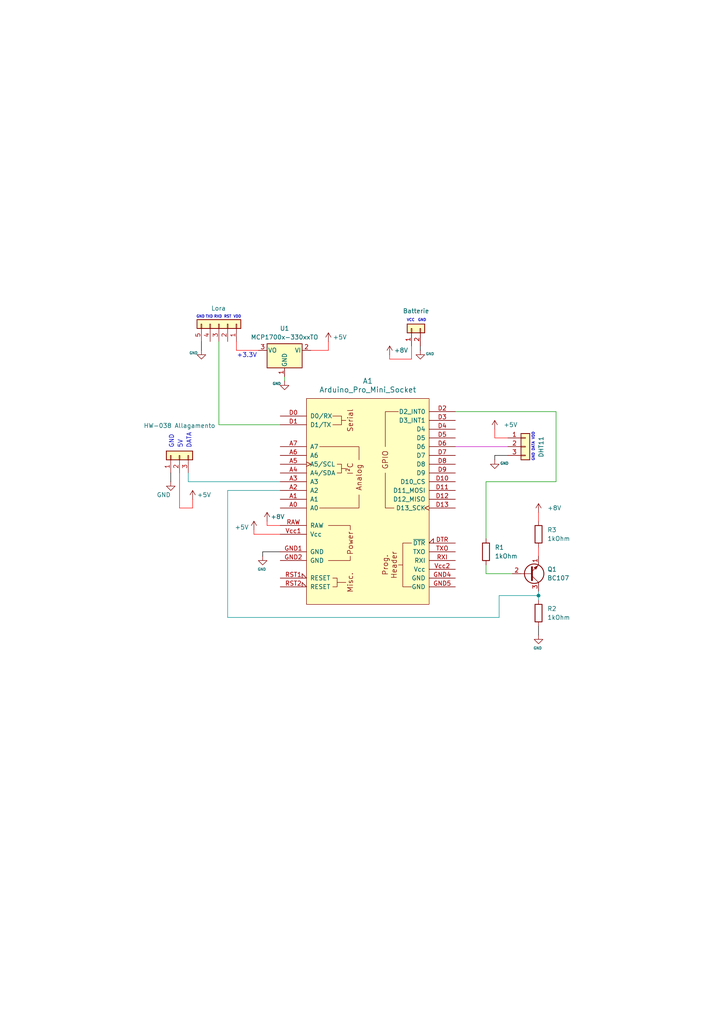
<source format=kicad_sch>
(kicad_sch
	(version 20250114)
	(generator "eeschema")
	(generator_version "9.0")
	(uuid "7caf8978-ebce-4730-ad25-e61529cd09d7")
	(paper "A4" portrait)
	(title_block
		(title "ModuloB")
		(date "2025-11-29")
	)
	(lib_symbols
		(symbol "Connector_Generic:Conn_01x02"
			(pin_names
				(offset 1.016)
				(hide yes)
			)
			(exclude_from_sim no)
			(in_bom yes)
			(on_board yes)
			(property "Reference" "J"
				(at 0 2.54 0)
				(effects
					(font
						(size 1.27 1.27)
					)
				)
			)
			(property "Value" "Conn_01x02"
				(at 0 -5.08 0)
				(effects
					(font
						(size 1.27 1.27)
					)
				)
			)
			(property "Footprint" ""
				(at 0 0 0)
				(effects
					(font
						(size 1.27 1.27)
					)
					(hide yes)
				)
			)
			(property "Datasheet" "~"
				(at 0 0 0)
				(effects
					(font
						(size 1.27 1.27)
					)
					(hide yes)
				)
			)
			(property "Description" "Generic connector, single row, 01x02, script generated (kicad-library-utils/schlib/autogen/connector/)"
				(at 0 0 0)
				(effects
					(font
						(size 1.27 1.27)
					)
					(hide yes)
				)
			)
			(property "ki_keywords" "connector"
				(at 0 0 0)
				(effects
					(font
						(size 1.27 1.27)
					)
					(hide yes)
				)
			)
			(property "ki_fp_filters" "Connector*:*_1x??_*"
				(at 0 0 0)
				(effects
					(font
						(size 1.27 1.27)
					)
					(hide yes)
				)
			)
			(symbol "Conn_01x02_1_1"
				(rectangle
					(start -1.27 1.27)
					(end 1.27 -3.81)
					(stroke
						(width 0.254)
						(type default)
					)
					(fill
						(type background)
					)
				)
				(rectangle
					(start -1.27 0.127)
					(end 0 -0.127)
					(stroke
						(width 0.1524)
						(type default)
					)
					(fill
						(type none)
					)
				)
				(rectangle
					(start -1.27 -2.413)
					(end 0 -2.667)
					(stroke
						(width 0.1524)
						(type default)
					)
					(fill
						(type none)
					)
				)
				(pin passive line
					(at -5.08 0 0)
					(length 3.81)
					(name "Pin_1"
						(effects
							(font
								(size 1.27 1.27)
							)
						)
					)
					(number "1"
						(effects
							(font
								(size 1.27 1.27)
							)
						)
					)
				)
				(pin passive line
					(at -5.08 -2.54 0)
					(length 3.81)
					(name "Pin_2"
						(effects
							(font
								(size 1.27 1.27)
							)
						)
					)
					(number "2"
						(effects
							(font
								(size 1.27 1.27)
							)
						)
					)
				)
			)
			(embedded_fonts no)
		)
		(symbol "Connector_Generic:Conn_01x03"
			(pin_names
				(offset 1.016)
				(hide yes)
			)
			(exclude_from_sim no)
			(in_bom yes)
			(on_board yes)
			(property "Reference" "J"
				(at 0 5.08 0)
				(effects
					(font
						(size 1.27 1.27)
					)
				)
			)
			(property "Value" "Conn_01x03"
				(at 0 -5.08 0)
				(effects
					(font
						(size 1.27 1.27)
					)
				)
			)
			(property "Footprint" ""
				(at 0 0 0)
				(effects
					(font
						(size 1.27 1.27)
					)
					(hide yes)
				)
			)
			(property "Datasheet" "~"
				(at 0 0 0)
				(effects
					(font
						(size 1.27 1.27)
					)
					(hide yes)
				)
			)
			(property "Description" "Generic connector, single row, 01x03, script generated (kicad-library-utils/schlib/autogen/connector/)"
				(at 0 0 0)
				(effects
					(font
						(size 1.27 1.27)
					)
					(hide yes)
				)
			)
			(property "ki_keywords" "connector"
				(at 0 0 0)
				(effects
					(font
						(size 1.27 1.27)
					)
					(hide yes)
				)
			)
			(property "ki_fp_filters" "Connector*:*_1x??_*"
				(at 0 0 0)
				(effects
					(font
						(size 1.27 1.27)
					)
					(hide yes)
				)
			)
			(symbol "Conn_01x03_1_1"
				(rectangle
					(start -1.27 3.81)
					(end 1.27 -3.81)
					(stroke
						(width 0.254)
						(type default)
					)
					(fill
						(type background)
					)
				)
				(rectangle
					(start -1.27 2.667)
					(end 0 2.413)
					(stroke
						(width 0.1524)
						(type default)
					)
					(fill
						(type none)
					)
				)
				(rectangle
					(start -1.27 0.127)
					(end 0 -0.127)
					(stroke
						(width 0.1524)
						(type default)
					)
					(fill
						(type none)
					)
				)
				(rectangle
					(start -1.27 -2.413)
					(end 0 -2.667)
					(stroke
						(width 0.1524)
						(type default)
					)
					(fill
						(type none)
					)
				)
				(pin passive line
					(at -5.08 2.54 0)
					(length 3.81)
					(name "Pin_1"
						(effects
							(font
								(size 1.27 1.27)
							)
						)
					)
					(number "1"
						(effects
							(font
								(size 1.27 1.27)
							)
						)
					)
				)
				(pin passive line
					(at -5.08 0 0)
					(length 3.81)
					(name "Pin_2"
						(effects
							(font
								(size 1.27 1.27)
							)
						)
					)
					(number "2"
						(effects
							(font
								(size 1.27 1.27)
							)
						)
					)
				)
				(pin passive line
					(at -5.08 -2.54 0)
					(length 3.81)
					(name "Pin_3"
						(effects
							(font
								(size 1.27 1.27)
							)
						)
					)
					(number "3"
						(effects
							(font
								(size 1.27 1.27)
							)
						)
					)
				)
			)
			(embedded_fonts no)
		)
		(symbol "Connector_Generic:Conn_01x05"
			(pin_names
				(offset 1.016)
				(hide yes)
			)
			(exclude_from_sim no)
			(in_bom yes)
			(on_board yes)
			(property "Reference" "J"
				(at 0 7.62 0)
				(effects
					(font
						(size 1.27 1.27)
					)
				)
			)
			(property "Value" "Conn_01x05"
				(at 0 -7.62 0)
				(effects
					(font
						(size 1.27 1.27)
					)
				)
			)
			(property "Footprint" ""
				(at 0 0 0)
				(effects
					(font
						(size 1.27 1.27)
					)
					(hide yes)
				)
			)
			(property "Datasheet" "~"
				(at 0 0 0)
				(effects
					(font
						(size 1.27 1.27)
					)
					(hide yes)
				)
			)
			(property "Description" "Generic connector, single row, 01x05, script generated (kicad-library-utils/schlib/autogen/connector/)"
				(at 0 0 0)
				(effects
					(font
						(size 1.27 1.27)
					)
					(hide yes)
				)
			)
			(property "ki_keywords" "connector"
				(at 0 0 0)
				(effects
					(font
						(size 1.27 1.27)
					)
					(hide yes)
				)
			)
			(property "ki_fp_filters" "Connector*:*_1x??_*"
				(at 0 0 0)
				(effects
					(font
						(size 1.27 1.27)
					)
					(hide yes)
				)
			)
			(symbol "Conn_01x05_1_1"
				(rectangle
					(start -1.27 6.35)
					(end 1.27 -6.35)
					(stroke
						(width 0.254)
						(type default)
					)
					(fill
						(type background)
					)
				)
				(rectangle
					(start -1.27 5.207)
					(end 0 4.953)
					(stroke
						(width 0.1524)
						(type default)
					)
					(fill
						(type none)
					)
				)
				(rectangle
					(start -1.27 2.667)
					(end 0 2.413)
					(stroke
						(width 0.1524)
						(type default)
					)
					(fill
						(type none)
					)
				)
				(rectangle
					(start -1.27 0.127)
					(end 0 -0.127)
					(stroke
						(width 0.1524)
						(type default)
					)
					(fill
						(type none)
					)
				)
				(rectangle
					(start -1.27 -2.413)
					(end 0 -2.667)
					(stroke
						(width 0.1524)
						(type default)
					)
					(fill
						(type none)
					)
				)
				(rectangle
					(start -1.27 -4.953)
					(end 0 -5.207)
					(stroke
						(width 0.1524)
						(type default)
					)
					(fill
						(type none)
					)
				)
				(pin passive line
					(at -5.08 5.08 0)
					(length 3.81)
					(name "Pin_1"
						(effects
							(font
								(size 1.27 1.27)
							)
						)
					)
					(number "1"
						(effects
							(font
								(size 1.27 1.27)
							)
						)
					)
				)
				(pin passive line
					(at -5.08 2.54 0)
					(length 3.81)
					(name "Pin_2"
						(effects
							(font
								(size 1.27 1.27)
							)
						)
					)
					(number "2"
						(effects
							(font
								(size 1.27 1.27)
							)
						)
					)
				)
				(pin passive line
					(at -5.08 0 0)
					(length 3.81)
					(name "Pin_3"
						(effects
							(font
								(size 1.27 1.27)
							)
						)
					)
					(number "3"
						(effects
							(font
								(size 1.27 1.27)
							)
						)
					)
				)
				(pin passive line
					(at -5.08 -2.54 0)
					(length 3.81)
					(name "Pin_4"
						(effects
							(font
								(size 1.27 1.27)
							)
						)
					)
					(number "4"
						(effects
							(font
								(size 1.27 1.27)
							)
						)
					)
				)
				(pin passive line
					(at -5.08 -5.08 0)
					(length 3.81)
					(name "Pin_5"
						(effects
							(font
								(size 1.27 1.27)
							)
						)
					)
					(number "5"
						(effects
							(font
								(size 1.27 1.27)
							)
						)
					)
				)
			)
			(embedded_fonts no)
		)
		(symbol "Device:R"
			(pin_numbers
				(hide yes)
			)
			(pin_names
				(offset 0)
			)
			(exclude_from_sim no)
			(in_bom yes)
			(on_board yes)
			(property "Reference" "R"
				(at 2.032 0 90)
				(effects
					(font
						(size 1.27 1.27)
					)
				)
			)
			(property "Value" "R"
				(at 0 0 90)
				(effects
					(font
						(size 1.27 1.27)
					)
				)
			)
			(property "Footprint" ""
				(at -1.778 0 90)
				(effects
					(font
						(size 1.27 1.27)
					)
					(hide yes)
				)
			)
			(property "Datasheet" "~"
				(at 0 0 0)
				(effects
					(font
						(size 1.27 1.27)
					)
					(hide yes)
				)
			)
			(property "Description" "Resistor"
				(at 0 0 0)
				(effects
					(font
						(size 1.27 1.27)
					)
					(hide yes)
				)
			)
			(property "ki_keywords" "R res resistor"
				(at 0 0 0)
				(effects
					(font
						(size 1.27 1.27)
					)
					(hide yes)
				)
			)
			(property "ki_fp_filters" "R_*"
				(at 0 0 0)
				(effects
					(font
						(size 1.27 1.27)
					)
					(hide yes)
				)
			)
			(symbol "R_0_1"
				(rectangle
					(start -1.016 -2.54)
					(end 1.016 2.54)
					(stroke
						(width 0.254)
						(type default)
					)
					(fill
						(type none)
					)
				)
			)
			(symbol "R_1_1"
				(pin passive line
					(at 0 3.81 270)
					(length 1.27)
					(name "~"
						(effects
							(font
								(size 1.27 1.27)
							)
						)
					)
					(number "1"
						(effects
							(font
								(size 1.27 1.27)
							)
						)
					)
				)
				(pin passive line
					(at 0 -3.81 90)
					(length 1.27)
					(name "~"
						(effects
							(font
								(size 1.27 1.27)
							)
						)
					)
					(number "2"
						(effects
							(font
								(size 1.27 1.27)
							)
						)
					)
				)
			)
			(embedded_fonts no)
		)
		(symbol "Regulator_Linear:MCP1700x-330xxTO"
			(pin_names
				(offset 0.254)
			)
			(exclude_from_sim no)
			(in_bom yes)
			(on_board yes)
			(property "Reference" "U"
				(at -3.81 -3.175 0)
				(effects
					(font
						(size 1.27 1.27)
					)
				)
			)
			(property "Value" "MCP1700x-330xxTO"
				(at 0 -3.175 0)
				(effects
					(font
						(size 1.27 1.27)
					)
					(justify left)
				)
			)
			(property "Footprint" "Package_TO_SOT_THT:TO-92_Inline"
				(at 0 -5.08 0)
				(effects
					(font
						(size 1.27 1.27)
						(italic yes)
					)
					(hide yes)
				)
			)
			(property "Datasheet" "http://ww1.microchip.com/downloads/en/DeviceDoc/20001826D.pdf"
				(at 0 0 0)
				(effects
					(font
						(size 1.27 1.27)
					)
					(hide yes)
				)
			)
			(property "Description" "250mA Low Quiscent Current LDO, 3.3V output, TO-92"
				(at 0 0 0)
				(effects
					(font
						(size 1.27 1.27)
					)
					(hide yes)
				)
			)
			(property "ki_keywords" "regulator linear ldo"
				(at 0 0 0)
				(effects
					(font
						(size 1.27 1.27)
					)
					(hide yes)
				)
			)
			(property "ki_fp_filters" "TO?92*"
				(at 0 0 0)
				(effects
					(font
						(size 1.27 1.27)
					)
					(hide yes)
				)
			)
			(symbol "MCP1700x-330xxTO_0_1"
				(rectangle
					(start -5.08 5.08)
					(end 5.08 -1.905)
					(stroke
						(width 0.254)
						(type default)
					)
					(fill
						(type background)
					)
				)
			)
			(symbol "MCP1700x-330xxTO_1_1"
				(pin power_in line
					(at -7.62 0 0)
					(length 2.54)
					(name "VI"
						(effects
							(font
								(size 1.27 1.27)
							)
						)
					)
					(number "2"
						(effects
							(font
								(size 1.27 1.27)
							)
						)
					)
				)
				(pin power_in line
					(at 0 7.62 270)
					(length 2.54)
					(name "GND"
						(effects
							(font
								(size 1.27 1.27)
							)
						)
					)
					(number "1"
						(effects
							(font
								(size 1.27 1.27)
							)
						)
					)
				)
				(pin power_out line
					(at 7.62 0 180)
					(length 2.54)
					(name "VO"
						(effects
							(font
								(size 1.27 1.27)
							)
						)
					)
					(number "3"
						(effects
							(font
								(size 1.27 1.27)
							)
						)
					)
				)
			)
			(embedded_fonts no)
		)
		(symbol "Transistor_BJT:BC107"
			(pin_names
				(offset 0)
				(hide yes)
			)
			(exclude_from_sim no)
			(in_bom yes)
			(on_board yes)
			(property "Reference" "Q"
				(at 5.08 1.905 0)
				(effects
					(font
						(size 1.27 1.27)
					)
					(justify left)
				)
			)
			(property "Value" "BC107"
				(at 5.08 0 0)
				(effects
					(font
						(size 1.27 1.27)
					)
					(justify left)
				)
			)
			(property "Footprint" "Package_TO_SOT_THT:TO-18-3"
				(at 5.08 -1.905 0)
				(effects
					(font
						(size 1.27 1.27)
						(italic yes)
					)
					(justify left)
					(hide yes)
				)
			)
			(property "Datasheet" "http://www.b-kainka.de/Daten/Transistor/BC108.pdf"
				(at 0 0 0)
				(effects
					(font
						(size 1.27 1.27)
					)
					(justify left)
					(hide yes)
				)
			)
			(property "Description" "0.1A Ic, 50V Vce, Low Noise General Purpose NPN Transistor, TO-18"
				(at 0 0 0)
				(effects
					(font
						(size 1.27 1.27)
					)
					(hide yes)
				)
			)
			(property "ki_keywords" "NPN low noise transistor"
				(at 0 0 0)
				(effects
					(font
						(size 1.27 1.27)
					)
					(hide yes)
				)
			)
			(property "ki_fp_filters" "TO?18*"
				(at 0 0 0)
				(effects
					(font
						(size 1.27 1.27)
					)
					(hide yes)
				)
			)
			(symbol "BC107_0_1"
				(polyline
					(pts
						(xy -2.54 0) (xy 0.635 0)
					)
					(stroke
						(width 0)
						(type default)
					)
					(fill
						(type none)
					)
				)
				(polyline
					(pts
						(xy 0.635 1.905) (xy 0.635 -1.905)
					)
					(stroke
						(width 0.508)
						(type default)
					)
					(fill
						(type none)
					)
				)
				(circle
					(center 1.27 0)
					(radius 2.8194)
					(stroke
						(width 0.254)
						(type default)
					)
					(fill
						(type none)
					)
				)
			)
			(symbol "BC107_1_1"
				(polyline
					(pts
						(xy 0.635 0.635) (xy 2.54 2.54)
					)
					(stroke
						(width 0)
						(type default)
					)
					(fill
						(type none)
					)
				)
				(polyline
					(pts
						(xy 0.635 -0.635) (xy 2.54 -2.54)
					)
					(stroke
						(width 0)
						(type default)
					)
					(fill
						(type none)
					)
				)
				(polyline
					(pts
						(xy 1.27 -1.778) (xy 1.778 -1.27) (xy 2.286 -2.286) (xy 1.27 -1.778)
					)
					(stroke
						(width 0)
						(type default)
					)
					(fill
						(type outline)
					)
				)
				(pin input line
					(at -5.08 0 0)
					(length 2.54)
					(name "B"
						(effects
							(font
								(size 1.27 1.27)
							)
						)
					)
					(number "2"
						(effects
							(font
								(size 1.27 1.27)
							)
						)
					)
				)
				(pin passive line
					(at 2.54 5.08 270)
					(length 2.54)
					(name "C"
						(effects
							(font
								(size 1.27 1.27)
							)
						)
					)
					(number "3"
						(effects
							(font
								(size 1.27 1.27)
							)
						)
					)
				)
				(pin passive line
					(at 2.54 -5.08 90)
					(length 2.54)
					(name "E"
						(effects
							(font
								(size 1.27 1.27)
							)
						)
					)
					(number "1"
						(effects
							(font
								(size 1.27 1.27)
							)
						)
					)
				)
			)
			(embedded_fonts no)
		)
		(symbol "arduino:Arduino_Pro_Mini_Socket"
			(pin_names
				(offset 1.016)
			)
			(exclude_from_sim no)
			(in_bom yes)
			(on_board yes)
			(property "Reference" "A"
				(at 0 36.83 0)
				(effects
					(font
						(size 1.524 1.524)
					)
				)
			)
			(property "Value" "Arduino_Pro_Mini_Socket"
				(at 0 33.02 0)
				(effects
					(font
						(size 1.524 1.524)
					)
				)
			)
			(property "Footprint" "PCM_arduino-library:Arduino_Pro_Mini_Socket"
				(at 0 -36.83 0)
				(effects
					(font
						(size 1.524 1.524)
					)
					(hide yes)
				)
			)
			(property "Datasheet" "https://docs.arduino.cc/retired/boards/arduino-pro-mini"
				(at 0 -33.02 0)
				(effects
					(font
						(size 1.524 1.524)
					)
					(hide yes)
				)
			)
			(property "Description" "Socket for Arduino Pro Mini"
				(at 0 0 0)
				(effects
					(font
						(size 1.27 1.27)
					)
					(hide yes)
				)
			)
			(property "ki_keywords" "Arduino MPU Shield"
				(at 0 0 0)
				(effects
					(font
						(size 1.27 1.27)
					)
					(hide yes)
				)
			)
			(property "ki_fp_filters" "Arduino_Pro_Mini_Socket"
				(at 0 0 0)
				(effects
					(font
						(size 1.27 1.27)
					)
					(hide yes)
				)
			)
			(symbol "Arduino_Pro_Mini_Socket_0_0"
				(rectangle
					(start -17.78 30.48)
					(end 17.78 -29.21)
					(stroke
						(width 0)
						(type default)
					)
					(fill
						(type background)
					)
				)
				(polyline
					(pts
						(xy -11.43 -16.51) (xy -5.08 -16.51) (xy -5.08 -15.24)
					)
					(stroke
						(width 0)
						(type default)
					)
					(fill
						(type none)
					)
				)
				(polyline
					(pts
						(xy -10.16 25.4) (xy -7.62 25.4) (xy -7.62 22.86) (xy -10.16 22.86)
					)
					(stroke
						(width 0)
						(type default)
					)
					(fill
						(type none)
					)
				)
				(polyline
					(pts
						(xy -8.89 11.43) (xy -7.62 11.43) (xy -7.62 8.89) (xy -8.89 8.89)
					)
					(stroke
						(width 0)
						(type default)
					)
					(fill
						(type none)
					)
				)
				(polyline
					(pts
						(xy -7.62 24.13) (xy -6.35 24.13)
					)
					(stroke
						(width 0)
						(type default)
					)
					(fill
						(type none)
					)
				)
				(polyline
					(pts
						(xy -7.62 10.16) (xy -6.35 10.16)
					)
					(stroke
						(width 0)
						(type default)
					)
					(fill
						(type none)
					)
				)
				(polyline
					(pts
						(xy -6.35 -22.86) (xy -8.89 -22.86)
					)
					(stroke
						(width 0)
						(type default)
					)
					(fill
						(type none)
					)
				)
				(polyline
					(pts
						(xy -5.08 -7.62) (xy -5.08 -6.35) (xy -11.43 -6.35)
					)
					(stroke
						(width 0)
						(type default)
					)
					(fill
						(type none)
					)
				)
				(polyline
					(pts
						(xy -2.54 12.7) (xy -2.54 16.51) (xy -13.97 16.51)
					)
					(stroke
						(width 0)
						(type default)
					)
					(fill
						(type none)
					)
				)
				(polyline
					(pts
						(xy -2.54 2.54) (xy -2.54 -1.27) (xy -13.97 -1.27)
					)
					(stroke
						(width 0)
						(type default)
					)
					(fill
						(type none)
					)
				)
				(polyline
					(pts
						(xy 12.7 -11.43) (xy 10.16 -11.43) (xy 10.16 -16.51) (xy 10.16 -17.78) (xy 8.89 -17.78) (xy 10.16 -17.78)
						(xy 10.16 -24.13) (xy 12.7 -24.13)
					)
					(stroke
						(width 0)
						(type default)
					)
					(fill
						(type none)
					)
				)
				(text "Serial"
					(at -5.08 24.13 900)
					(effects
						(font
							(size 1.524 1.524)
						)
					)
				)
				(text "I²C"
					(at -5.08 10.16 900)
					(effects
						(font
							(size 1.524 1.524)
						)
					)
				)
				(text "Power"
					(at -5.08 -11.43 900)
					(effects
						(font
							(size 1.524 1.524)
						)
					)
				)
				(text "Misc."
					(at -5.08 -22.86 900)
					(effects
						(font
							(size 1.524 1.524)
						)
					)
				)
				(text "Analog"
					(at -2.54 7.62 900)
					(effects
						(font
							(size 1.524 1.524)
						)
					)
				)
				(text "Prog."
					(at 5.08 -17.78 900)
					(effects
						(font
							(size 1.524 1.524)
						)
					)
				)
				(text "Header"
					(at 7.62 -17.78 900)
					(effects
						(font
							(size 1.524 1.524)
						)
					)
				)
			)
			(symbol "Arduino_Pro_Mini_Socket_0_1"
				(polyline
					(pts
						(xy -10.16 -24.13) (xy -8.89 -24.13) (xy -8.89 -21.59) (xy -10.16 -21.59)
					)
					(stroke
						(width 0)
						(type default)
					)
					(fill
						(type none)
					)
				)
				(polyline
					(pts
						(xy 7.62 -1.27) (xy 5.08 -1.27) (xy 5.08 8.89)
					)
					(stroke
						(width 0)
						(type default)
					)
					(fill
						(type none)
					)
				)
				(polyline
					(pts
						(xy 8.89 26.67) (xy 5.08 26.67) (xy 5.08 16.51)
					)
					(stroke
						(width 0)
						(type default)
					)
					(fill
						(type none)
					)
				)
			)
			(symbol "Arduino_Pro_Mini_Socket_1_0"
				(text "GPIO"
					(at 5.08 12.7 900)
					(effects
						(font
							(size 1.524 1.524)
						)
					)
				)
			)
			(symbol "Arduino_Pro_Mini_Socket_1_1"
				(pin bidirectional line
					(at -25.4 25.4 0)
					(length 7.62)
					(name "D0/RX"
						(effects
							(font
								(size 1.27 1.27)
							)
						)
					)
					(number "D0"
						(effects
							(font
								(size 1.27 1.27)
							)
						)
					)
				)
				(pin bidirectional line
					(at -25.4 22.86 0)
					(length 7.62)
					(name "D1/TX"
						(effects
							(font
								(size 1.27 1.27)
							)
						)
					)
					(number "D1"
						(effects
							(font
								(size 1.27 1.27)
							)
						)
					)
				)
				(pin input line
					(at -25.4 16.51 0)
					(length 7.62)
					(name "A7"
						(effects
							(font
								(size 1.27 1.27)
							)
						)
					)
					(number "A7"
						(effects
							(font
								(size 1.27 1.27)
							)
						)
					)
				)
				(pin input line
					(at -25.4 13.97 0)
					(length 7.62)
					(name "A6"
						(effects
							(font
								(size 1.27 1.27)
							)
						)
					)
					(number "A6"
						(effects
							(font
								(size 1.27 1.27)
							)
						)
					)
				)
				(pin bidirectional clock
					(at -25.4 11.43 0)
					(length 7.62)
					(name "A5/SCL"
						(effects
							(font
								(size 1.27 1.27)
							)
						)
					)
					(number "A5"
						(effects
							(font
								(size 1.27 1.27)
							)
						)
					)
				)
				(pin bidirectional line
					(at -25.4 8.89 0)
					(length 7.62)
					(name "A4/SDA"
						(effects
							(font
								(size 1.27 1.27)
							)
						)
					)
					(number "A4"
						(effects
							(font
								(size 1.27 1.27)
							)
						)
					)
				)
				(pin bidirectional line
					(at -25.4 6.35 0)
					(length 7.62)
					(name "A3"
						(effects
							(font
								(size 1.27 1.27)
							)
						)
					)
					(number "A3"
						(effects
							(font
								(size 1.27 1.27)
							)
						)
					)
				)
				(pin bidirectional line
					(at -25.4 3.81 0)
					(length 7.62)
					(name "A2"
						(effects
							(font
								(size 1.27 1.27)
							)
						)
					)
					(number "A2"
						(effects
							(font
								(size 1.27 1.27)
							)
						)
					)
				)
				(pin bidirectional line
					(at -25.4 1.27 0)
					(length 7.62)
					(name "A1"
						(effects
							(font
								(size 1.27 1.27)
							)
						)
					)
					(number "A1"
						(effects
							(font
								(size 1.27 1.27)
							)
						)
					)
				)
				(pin bidirectional line
					(at -25.4 -1.27 0)
					(length 7.62)
					(name "A0"
						(effects
							(font
								(size 1.27 1.27)
							)
						)
					)
					(number "A0"
						(effects
							(font
								(size 1.27 1.27)
							)
						)
					)
				)
				(pin power_in line
					(at -25.4 -6.35 0)
					(length 7.62)
					(name "RAW"
						(effects
							(font
								(size 1.27 1.27)
							)
						)
					)
					(number "RAW"
						(effects
							(font
								(size 1.27 1.27)
							)
						)
					)
				)
				(pin power_in line
					(at -25.4 -8.89 0)
					(length 7.62)
					(name "Vcc"
						(effects
							(font
								(size 1.27 1.27)
							)
						)
					)
					(number "Vcc1"
						(effects
							(font
								(size 1.27 1.27)
							)
						)
					)
				)
				(pin power_in line
					(at -25.4 -13.97 0)
					(length 7.62)
					(name "GND"
						(effects
							(font
								(size 1.27 1.27)
							)
						)
					)
					(number "GND1"
						(effects
							(font
								(size 1.27 1.27)
							)
						)
					)
				)
				(pin power_in line
					(at -25.4 -16.51 0)
					(length 7.62)
					(name "GND"
						(effects
							(font
								(size 1.27 1.27)
							)
						)
					)
					(number "GND2"
						(effects
							(font
								(size 1.27 1.27)
							)
						)
					)
				)
				(pin open_collector input_low
					(at -25.4 -21.59 0)
					(length 7.62)
					(name "RESET"
						(effects
							(font
								(size 1.27 1.27)
							)
						)
					)
					(number "RST1"
						(effects
							(font
								(size 1.27 1.27)
							)
						)
					)
				)
				(pin open_collector input_low
					(at -25.4 -24.13 0)
					(length 7.62)
					(name "RESET"
						(effects
							(font
								(size 1.27 1.27)
							)
						)
					)
					(number "RST2"
						(effects
							(font
								(size 1.27 1.27)
							)
						)
					)
				)
				(pin bidirectional line
					(at 25.4 26.67 180)
					(length 7.62)
					(name "D2_INT0"
						(effects
							(font
								(size 1.27 1.27)
							)
						)
					)
					(number "D2"
						(effects
							(font
								(size 1.27 1.27)
							)
						)
					)
				)
				(pin bidirectional line
					(at 25.4 24.13 180)
					(length 7.62)
					(name "D3_INT1"
						(effects
							(font
								(size 1.27 1.27)
							)
						)
					)
					(number "D3"
						(effects
							(font
								(size 1.27 1.27)
							)
						)
					)
				)
				(pin bidirectional line
					(at 25.4 21.59 180)
					(length 7.62)
					(name "D4"
						(effects
							(font
								(size 1.27 1.27)
							)
						)
					)
					(number "D4"
						(effects
							(font
								(size 1.27 1.27)
							)
						)
					)
				)
				(pin bidirectional line
					(at 25.4 19.05 180)
					(length 7.62)
					(name "D5"
						(effects
							(font
								(size 1.27 1.27)
							)
						)
					)
					(number "D5"
						(effects
							(font
								(size 1.27 1.27)
							)
						)
					)
				)
				(pin bidirectional line
					(at 25.4 16.51 180)
					(length 7.62)
					(name "D6"
						(effects
							(font
								(size 1.27 1.27)
							)
						)
					)
					(number "D6"
						(effects
							(font
								(size 1.27 1.27)
							)
						)
					)
				)
				(pin bidirectional line
					(at 25.4 13.97 180)
					(length 7.62)
					(name "D7"
						(effects
							(font
								(size 1.27 1.27)
							)
						)
					)
					(number "D7"
						(effects
							(font
								(size 1.27 1.27)
							)
						)
					)
				)
				(pin bidirectional line
					(at 25.4 11.43 180)
					(length 7.62)
					(name "D8"
						(effects
							(font
								(size 1.27 1.27)
							)
						)
					)
					(number "D8"
						(effects
							(font
								(size 1.27 1.27)
							)
						)
					)
				)
				(pin bidirectional line
					(at 25.4 8.89 180)
					(length 7.62)
					(name "D9"
						(effects
							(font
								(size 1.27 1.27)
							)
						)
					)
					(number "D9"
						(effects
							(font
								(size 1.27 1.27)
							)
						)
					)
				)
				(pin bidirectional line
					(at 25.4 6.35 180)
					(length 7.62)
					(name "D10_CS"
						(effects
							(font
								(size 1.27 1.27)
							)
						)
					)
					(number "D10"
						(effects
							(font
								(size 1.27 1.27)
							)
						)
					)
				)
				(pin bidirectional line
					(at 25.4 3.81 180)
					(length 7.62)
					(name "D11_MOSI"
						(effects
							(font
								(size 1.27 1.27)
							)
						)
					)
					(number "D11"
						(effects
							(font
								(size 1.27 1.27)
							)
						)
					)
				)
				(pin bidirectional line
					(at 25.4 1.27 180)
					(length 7.62)
					(name "D12_MISO"
						(effects
							(font
								(size 1.27 1.27)
							)
						)
					)
					(number "D12"
						(effects
							(font
								(size 1.27 1.27)
							)
						)
					)
				)
				(pin bidirectional clock
					(at 25.4 -1.27 180)
					(length 7.62)
					(name "D13_SCK"
						(effects
							(font
								(size 1.27 1.27)
							)
						)
					)
					(number "D13"
						(effects
							(font
								(size 1.27 1.27)
							)
						)
					)
				)
				(pin input input_low
					(at 25.4 -11.43 180)
					(length 7.62)
					(name "~{DTR}"
						(effects
							(font
								(size 1.27 1.27)
							)
						)
					)
					(number "DTR"
						(effects
							(font
								(size 1.27 1.27)
							)
						)
					)
				)
				(pin output line
					(at 25.4 -13.97 180)
					(length 7.62)
					(name "TXO"
						(effects
							(font
								(size 1.27 1.27)
							)
						)
					)
					(number "TXO"
						(effects
							(font
								(size 1.27 1.27)
							)
						)
					)
				)
				(pin input line
					(at 25.4 -16.51 180)
					(length 7.62)
					(name "RXI"
						(effects
							(font
								(size 1.27 1.27)
							)
						)
					)
					(number "RXI"
						(effects
							(font
								(size 1.27 1.27)
							)
						)
					)
				)
				(pin power_in line
					(at 25.4 -19.05 180)
					(length 7.62)
					(name "Vcc"
						(effects
							(font
								(size 1.27 1.27)
							)
						)
					)
					(number "Vcc2"
						(effects
							(font
								(size 1.27 1.27)
							)
						)
					)
				)
				(pin power_in line
					(at 25.4 -21.59 180)
					(length 7.62)
					(name "GND"
						(effects
							(font
								(size 1.27 1.27)
							)
						)
					)
					(number "GND4"
						(effects
							(font
								(size 1.27 1.27)
							)
						)
					)
				)
				(pin power_in line
					(at 25.4 -24.13 180)
					(length 7.62)
					(name "GND"
						(effects
							(font
								(size 1.27 1.27)
							)
						)
					)
					(number "GND5"
						(effects
							(font
								(size 1.27 1.27)
							)
						)
					)
				)
			)
			(embedded_fonts no)
		)
		(symbol "power:+5V"
			(power)
			(pin_numbers
				(hide yes)
			)
			(pin_names
				(offset 0)
				(hide yes)
			)
			(exclude_from_sim no)
			(in_bom yes)
			(on_board yes)
			(property "Reference" "#PWR"
				(at 0 -3.81 0)
				(effects
					(font
						(size 1.27 1.27)
					)
					(hide yes)
				)
			)
			(property "Value" "+5V"
				(at 0 3.556 0)
				(effects
					(font
						(size 1.27 1.27)
					)
				)
			)
			(property "Footprint" ""
				(at 0 0 0)
				(effects
					(font
						(size 1.27 1.27)
					)
					(hide yes)
				)
			)
			(property "Datasheet" ""
				(at 0 0 0)
				(effects
					(font
						(size 1.27 1.27)
					)
					(hide yes)
				)
			)
			(property "Description" "Power symbol creates a global label with name \"+5V\""
				(at 0 0 0)
				(effects
					(font
						(size 1.27 1.27)
					)
					(hide yes)
				)
			)
			(property "ki_keywords" "global power"
				(at 0 0 0)
				(effects
					(font
						(size 1.27 1.27)
					)
					(hide yes)
				)
			)
			(symbol "+5V_0_1"
				(polyline
					(pts
						(xy -0.762 1.27) (xy 0 2.54)
					)
					(stroke
						(width 0)
						(type default)
					)
					(fill
						(type none)
					)
				)
				(polyline
					(pts
						(xy 0 2.54) (xy 0.762 1.27)
					)
					(stroke
						(width 0)
						(type default)
					)
					(fill
						(type none)
					)
				)
				(polyline
					(pts
						(xy 0 0) (xy 0 2.54)
					)
					(stroke
						(width 0)
						(type default)
					)
					(fill
						(type none)
					)
				)
			)
			(symbol "+5V_1_1"
				(pin power_in line
					(at 0 0 90)
					(length 0)
					(name "~"
						(effects
							(font
								(size 1.27 1.27)
							)
						)
					)
					(number "1"
						(effects
							(font
								(size 1.27 1.27)
							)
						)
					)
				)
			)
			(embedded_fonts no)
		)
		(symbol "power:+7.5V"
			(power)
			(pin_numbers
				(hide yes)
			)
			(pin_names
				(offset 0)
				(hide yes)
			)
			(exclude_from_sim no)
			(in_bom yes)
			(on_board yes)
			(property "Reference" "#PWR"
				(at 0 -3.81 0)
				(effects
					(font
						(size 1.27 1.27)
					)
					(hide yes)
				)
			)
			(property "Value" "+7.5V"
				(at 0 3.556 0)
				(effects
					(font
						(size 1.27 1.27)
					)
				)
			)
			(property "Footprint" ""
				(at 0 0 0)
				(effects
					(font
						(size 1.27 1.27)
					)
					(hide yes)
				)
			)
			(property "Datasheet" ""
				(at 0 0 0)
				(effects
					(font
						(size 1.27 1.27)
					)
					(hide yes)
				)
			)
			(property "Description" "Power symbol creates a global label with name \"+7.5V\""
				(at 0 0 0)
				(effects
					(font
						(size 1.27 1.27)
					)
					(hide yes)
				)
			)
			(property "ki_keywords" "global power"
				(at 0 0 0)
				(effects
					(font
						(size 1.27 1.27)
					)
					(hide yes)
				)
			)
			(symbol "+7.5V_0_1"
				(polyline
					(pts
						(xy -0.762 1.27) (xy 0 2.54)
					)
					(stroke
						(width 0)
						(type default)
					)
					(fill
						(type none)
					)
				)
				(polyline
					(pts
						(xy 0 2.54) (xy 0.762 1.27)
					)
					(stroke
						(width 0)
						(type default)
					)
					(fill
						(type none)
					)
				)
				(polyline
					(pts
						(xy 0 0) (xy 0 2.54)
					)
					(stroke
						(width 0)
						(type default)
					)
					(fill
						(type none)
					)
				)
			)
			(symbol "+7.5V_1_1"
				(pin power_in line
					(at 0 0 90)
					(length 0)
					(name "~"
						(effects
							(font
								(size 1.27 1.27)
							)
						)
					)
					(number "1"
						(effects
							(font
								(size 1.27 1.27)
							)
						)
					)
				)
			)
			(embedded_fonts no)
		)
		(symbol "power:+8V"
			(power)
			(pin_numbers
				(hide yes)
			)
			(pin_names
				(offset 0)
				(hide yes)
			)
			(exclude_from_sim no)
			(in_bom yes)
			(on_board yes)
			(property "Reference" "#PWR"
				(at 0 -3.81 0)
				(effects
					(font
						(size 1.27 1.27)
					)
					(hide yes)
				)
			)
			(property "Value" "+8V"
				(at 0 3.556 0)
				(effects
					(font
						(size 1.27 1.27)
					)
				)
			)
			(property "Footprint" ""
				(at 0 0 0)
				(effects
					(font
						(size 1.27 1.27)
					)
					(hide yes)
				)
			)
			(property "Datasheet" ""
				(at 0 0 0)
				(effects
					(font
						(size 1.27 1.27)
					)
					(hide yes)
				)
			)
			(property "Description" "Power symbol creates a global label with name \"+8V\""
				(at 0 0 0)
				(effects
					(font
						(size 1.27 1.27)
					)
					(hide yes)
				)
			)
			(property "ki_keywords" "global power"
				(at 0 0 0)
				(effects
					(font
						(size 1.27 1.27)
					)
					(hide yes)
				)
			)
			(symbol "+8V_0_1"
				(polyline
					(pts
						(xy -0.762 1.27) (xy 0 2.54)
					)
					(stroke
						(width 0)
						(type default)
					)
					(fill
						(type none)
					)
				)
				(polyline
					(pts
						(xy 0 2.54) (xy 0.762 1.27)
					)
					(stroke
						(width 0)
						(type default)
					)
					(fill
						(type none)
					)
				)
				(polyline
					(pts
						(xy 0 0) (xy 0 2.54)
					)
					(stroke
						(width 0)
						(type default)
					)
					(fill
						(type none)
					)
				)
			)
			(symbol "+8V_1_1"
				(pin power_in line
					(at 0 0 90)
					(length 0)
					(name "~"
						(effects
							(font
								(size 1.27 1.27)
							)
						)
					)
					(number "1"
						(effects
							(font
								(size 1.27 1.27)
							)
						)
					)
				)
			)
			(embedded_fonts no)
		)
		(symbol "power:GND"
			(power)
			(pin_numbers
				(hide yes)
			)
			(pin_names
				(offset 0)
				(hide yes)
			)
			(exclude_from_sim no)
			(in_bom yes)
			(on_board yes)
			(property "Reference" "#PWR"
				(at 0 -6.35 0)
				(effects
					(font
						(size 1.27 1.27)
					)
					(hide yes)
				)
			)
			(property "Value" "GND"
				(at 0 -3.81 0)
				(effects
					(font
						(size 1.27 1.27)
					)
				)
			)
			(property "Footprint" ""
				(at 0 0 0)
				(effects
					(font
						(size 1.27 1.27)
					)
					(hide yes)
				)
			)
			(property "Datasheet" ""
				(at 0 0 0)
				(effects
					(font
						(size 1.27 1.27)
					)
					(hide yes)
				)
			)
			(property "Description" "Power symbol creates a global label with name \"GND\" , ground"
				(at 0 0 0)
				(effects
					(font
						(size 1.27 1.27)
					)
					(hide yes)
				)
			)
			(property "ki_keywords" "global power"
				(at 0 0 0)
				(effects
					(font
						(size 1.27 1.27)
					)
					(hide yes)
				)
			)
			(symbol "GND_0_1"
				(polyline
					(pts
						(xy 0 0) (xy 0 -1.27) (xy 1.27 -1.27) (xy 0 -2.54) (xy -1.27 -1.27) (xy 0 -1.27)
					)
					(stroke
						(width 0)
						(type default)
					)
					(fill
						(type none)
					)
				)
			)
			(symbol "GND_1_1"
				(pin power_in line
					(at 0 0 270)
					(length 0)
					(name "~"
						(effects
							(font
								(size 1.27 1.27)
							)
						)
					)
					(number "1"
						(effects
							(font
								(size 1.27 1.27)
							)
						)
					)
				)
			)
			(embedded_fonts no)
		)
	)
	(text "VCC"
		(exclude_from_sim no)
		(at 119.126 92.964 0)
		(effects
			(font
				(size 0.762 0.762)
			)
		)
		(uuid "023a021c-15ad-495e-a8fc-f65a78399792")
	)
	(text "GND"
		(exclude_from_sim no)
		(at 154.686 132.588 90)
		(effects
			(font
				(size 0.762 0.762)
			)
		)
		(uuid "0cd5b9c1-35c1-401b-ad3e-64b946a078ae")
	)
	(text "DATA"
		(exclude_from_sim no)
		(at 54.864 127.762 90)
		(effects
			(font
				(size 1.27 1.27)
			)
		)
		(uuid "1621dc4f-4018-42cd-a6fa-da973577f9ee")
	)
	(text "5V"
		(exclude_from_sim no)
		(at 52.324 128.778 90)
		(effects
			(font
				(size 1.27 1.27)
			)
		)
		(uuid "365dba18-5d01-4687-ade0-57aa946ae6eb")
	)
	(text "TXD"
		(exclude_from_sim no)
		(at 60.706 91.948 0)
		(effects
			(font
				(size 0.762 0.762)
			)
		)
		(uuid "46e917e5-f05d-4426-91e7-91c612ece025")
	)
	(text "GND"
		(exclude_from_sim no)
		(at 49.784 128.016 90)
		(effects
			(font
				(size 1.27 1.27)
			)
		)
		(uuid "6409fb69-6f8b-4baf-9fe5-49467bbab363")
	)
	(text "GND\n"
		(exclude_from_sim no)
		(at 58.166 91.948 0)
		(effects
			(font
				(size 0.762 0.762)
			)
		)
		(uuid "68d7ec9e-c1f7-45f8-b104-69bf8db1b221")
	)
	(text "VDD"
		(exclude_from_sim no)
		(at 154.686 126.492 90)
		(effects
			(font
				(size 0.762 0.762)
			)
		)
		(uuid "85c5dea5-39dd-4e19-bcaf-e6d880f48bae")
	)
	(text "+3.3V"
		(exclude_from_sim no)
		(at 71.628 103.124 0)
		(effects
			(font
				(size 1.27 1.27)
			)
		)
		(uuid "a69b4f61-569a-402f-9a28-7910a80a9541")
	)
	(text "DATA"
		(exclude_from_sim no)
		(at 154.686 129.54 90)
		(effects
			(font
				(size 0.762 0.762)
			)
		)
		(uuid "c116bd13-e5bf-463d-9580-0739b261352b")
	)
	(text "RXD"
		(exclude_from_sim no)
		(at 63.246 91.948 0)
		(effects
			(font
				(size 0.762 0.762)
			)
		)
		(uuid "e6a37a20-05b4-4571-aa8e-222c7935b1c6")
	)
	(text "RST"
		(exclude_from_sim no)
		(at 66.04 91.948 0)
		(effects
			(font
				(size 0.762 0.762)
			)
		)
		(uuid "e8cfa590-83b8-477c-b52a-e037d55ab002")
	)
	(text "GND"
		(exclude_from_sim no)
		(at 122.428 92.964 0)
		(effects
			(font
				(size 0.762 0.762)
			)
		)
		(uuid "eb644fbf-ffe7-47c1-a444-9e2a91b3f222")
	)
	(text "VDD\n"
		(exclude_from_sim no)
		(at 68.834 91.948 0)
		(effects
			(font
				(size 0.762 0.762)
			)
		)
		(uuid "f3780441-4913-4480-860b-fdad214cab63")
	)
	(junction
		(at 156.21 172.72)
		(diameter 0)
		(color 0 132 132 1)
		(uuid "a0ca5140-6f14-4bf2-9884-114c1843ad6f")
	)
	(wire
		(pts
			(xy 77.47 152.4) (xy 81.28 152.4)
		)
		(stroke
			(width 0)
			(type default)
			(color 255 0 2 1)
		)
		(uuid "0091d5ef-f784-4df2-996a-55dca07ebf2c")
	)
	(wire
		(pts
			(xy 140.97 166.37) (xy 148.59 166.37)
		)
		(stroke
			(width 0)
			(type default)
		)
		(uuid "00b9b71f-1af3-4bb0-a4a7-e9c7f5c11ff2")
	)
	(wire
		(pts
			(xy 143.51 127) (xy 147.32 127)
		)
		(stroke
			(width 0)
			(type default)
			(color 255 0 0 1)
		)
		(uuid "09f0f9cb-db52-4d74-a8bb-221a6149219b")
	)
	(wire
		(pts
			(xy 144.78 172.72) (xy 156.21 172.72)
		)
		(stroke
			(width 0)
			(type default)
			(color 0 144 144 1)
		)
		(uuid "0cb1adc9-64ac-4abf-b60e-5d15f59a4c37")
	)
	(wire
		(pts
			(xy 113.03 104.14) (xy 113.03 102.87)
		)
		(stroke
			(width 0)
			(type default)
			(color 255 0 0 1)
		)
		(uuid "0e2eeeca-50f6-49d1-b4a7-d9cc3aec044c")
	)
	(wire
		(pts
			(xy 52.07 147.32) (xy 52.07 137.16)
		)
		(stroke
			(width 0)
			(type default)
			(color 255 0 0 1)
		)
		(uuid "1bf835f6-f1bc-4f26-b6f0-537b9998c66e")
	)
	(wire
		(pts
			(xy 66.04 142.24) (xy 81.28 142.24)
		)
		(stroke
			(width 0)
			(type default)
			(color 0 132 132 1)
		)
		(uuid "20b6ec4c-6bf0-456b-aeb9-d5247ad752bf")
	)
	(wire
		(pts
			(xy 113.03 104.14) (xy 119.38 104.14)
		)
		(stroke
			(width 0)
			(type default)
			(color 255 0 0 1)
		)
		(uuid "25597888-7e35-4b77-9045-34ed7ef2f081")
	)
	(wire
		(pts
			(xy 144.78 172.72) (xy 144.78 179.07)
		)
		(stroke
			(width 0)
			(type default)
			(color 0 144 144 1)
		)
		(uuid "2bfd46b0-f48e-4338-a890-aceab1237451")
	)
	(wire
		(pts
			(xy 76.2 160.02) (xy 81.28 160.02)
		)
		(stroke
			(width 0)
			(type default)
			(color 0 0 0 1)
		)
		(uuid "33d6aace-ae46-4ce5-97a5-e1b5acc5ef6e")
	)
	(wire
		(pts
			(xy 63.5 123.19) (xy 81.28 123.19)
		)
		(stroke
			(width 0)
			(type default)
		)
		(uuid "37937f7b-5bb1-4246-ab1a-4424c9835638")
	)
	(wire
		(pts
			(xy 132.08 119.38) (xy 161.29 119.38)
		)
		(stroke
			(width 0)
			(type default)
		)
		(uuid "38c2b7fd-d3bc-4995-b7f0-52973542ad5a")
	)
	(wire
		(pts
			(xy 54.61 137.16) (xy 54.61 139.7)
		)
		(stroke
			(width 0)
			(type default)
			(color 0 144 144 1)
		)
		(uuid "44003ff4-aa2e-423a-a01c-a78683ff0961")
	)
	(wire
		(pts
			(xy 76.2 161.29) (xy 76.2 160.02)
		)
		(stroke
			(width 0)
			(type default)
			(color 0 0 0 1)
		)
		(uuid "47ade19e-a87f-429e-b822-9d37bd64ec8e")
	)
	(wire
		(pts
			(xy 156.21 172.72) (xy 156.21 173.99)
		)
		(stroke
			(width 0)
			(type default)
			(color 0 144 144 1)
		)
		(uuid "4a1fb090-05b1-4bc1-af60-ed82102d8fb1")
	)
	(wire
		(pts
			(xy 73.66 153.67) (xy 73.66 154.94)
		)
		(stroke
			(width 0)
			(type default)
			(color 255 3 0 1)
		)
		(uuid "5457a75b-e607-4860-b31b-09471b249c56")
	)
	(wire
		(pts
			(xy 140.97 156.21) (xy 140.97 139.7)
		)
		(stroke
			(width 0)
			(type default)
		)
		(uuid "5780bf0c-8c43-451f-aa41-1772763a09da")
	)
	(wire
		(pts
			(xy 58.42 99.06) (xy 58.42 101.6)
		)
		(stroke
			(width 0)
			(type default)
			(color 0 0 0 1)
		)
		(uuid "5cdf92c0-d590-4529-994c-5b5c0522288c")
	)
	(wire
		(pts
			(xy 68.58 101.6) (xy 74.93 101.6)
		)
		(stroke
			(width 0)
			(type default)
			(color 255 0 0 1)
		)
		(uuid "5d1ba519-cc98-41b6-9d72-67f401a8f51c")
	)
	(wire
		(pts
			(xy 140.97 139.7) (xy 161.29 139.7)
		)
		(stroke
			(width 0)
			(type default)
		)
		(uuid "63af9724-8e50-4b82-ae4f-2c1b4143b8a4")
	)
	(wire
		(pts
			(xy 55.88 144.78) (xy 55.88 147.32)
		)
		(stroke
			(width 0)
			(type default)
			(color 255 0 0 1)
		)
		(uuid "663ec551-98d3-4c6a-abb5-afbc65439dcb")
	)
	(wire
		(pts
			(xy 55.88 147.32) (xy 52.07 147.32)
		)
		(stroke
			(width 0)
			(type default)
			(color 255 0 0 1)
		)
		(uuid "6e18b817-a5be-4857-9d0f-05f399116bb0")
	)
	(wire
		(pts
			(xy 156.21 158.75) (xy 156.21 161.29)
		)
		(stroke
			(width 0)
			(type default)
			(color 255 0 0 1)
		)
		(uuid "7281772b-bb58-46c4-bfaf-b8281f1584a7")
	)
	(wire
		(pts
			(xy 66.04 179.07) (xy 66.04 142.24)
		)
		(stroke
			(width 0)
			(type default)
			(color 0 144 144 1)
		)
		(uuid "73aa67e2-6287-4960-bc9e-509e289875c0")
	)
	(wire
		(pts
			(xy 95.25 99.06) (xy 95.25 101.6)
		)
		(stroke
			(width 0)
			(type default)
			(color 255 0 0 1)
		)
		(uuid "7bb66f7b-9e28-4dce-a9d4-ff6c329484e8")
	)
	(wire
		(pts
			(xy 161.29 139.7) (xy 161.29 119.38)
		)
		(stroke
			(width 0)
			(type default)
		)
		(uuid "8473f0fc-cac3-470e-9b05-b23aaa6a4c1c")
	)
	(wire
		(pts
			(xy 140.97 163.83) (xy 140.97 166.37)
		)
		(stroke
			(width 0)
			(type default)
		)
		(uuid "85b9b22b-348e-4870-905b-7eb471879de0")
	)
	(wire
		(pts
			(xy 63.5 99.06) (xy 63.5 123.19)
		)
		(stroke
			(width 0)
			(type default)
		)
		(uuid "8b6547b4-20fd-4fb5-bf20-ae3c9936f6c6")
	)
	(wire
		(pts
			(xy 143.51 132.08) (xy 147.32 132.08)
		)
		(stroke
			(width 0)
			(type default)
			(color 0 0 0 1)
		)
		(uuid "90195e68-72aa-44c9-998a-f979abb3b42a")
	)
	(wire
		(pts
			(xy 82.55 109.22) (xy 82.55 110.49)
		)
		(stroke
			(width 0)
			(type default)
		)
		(uuid "9594a7cc-0377-4643-b77b-986ea848af63")
	)
	(wire
		(pts
			(xy 144.78 179.07) (xy 66.04 179.07)
		)
		(stroke
			(width 0)
			(type default)
			(color 0 144 144 1)
		)
		(uuid "99d8b251-fe67-48d7-a7fa-62701074f8a6")
	)
	(wire
		(pts
			(xy 73.66 154.94) (xy 81.28 154.94)
		)
		(stroke
			(width 0)
			(type default)
			(color 255 0 0 1)
		)
		(uuid "a2a7ab57-ac6e-424a-b301-adecf9eb7424")
	)
	(wire
		(pts
			(xy 156.21 181.61) (xy 156.21 184.15)
		)
		(stroke
			(width 0)
			(type default)
			(color 0 0 0 1)
		)
		(uuid "a2d70bd6-04fc-4a7b-9d7e-1c8527df1208")
	)
	(wire
		(pts
			(xy 119.38 104.14) (xy 119.38 100.33)
		)
		(stroke
			(width 0)
			(type default)
			(color 255 0 0 1)
		)
		(uuid "ab3b9ddb-8eeb-4b80-bfe7-aec15876dc68")
	)
	(wire
		(pts
			(xy 95.25 101.6) (xy 90.17 101.6)
		)
		(stroke
			(width 0)
			(type default)
			(color 255 0 0 1)
		)
		(uuid "b312f6a1-b36c-4be6-9661-354ca3b15411")
	)
	(wire
		(pts
			(xy 143.51 133.35) (xy 143.51 132.08)
		)
		(stroke
			(width 0)
			(type default)
			(color 0 0 0 1)
		)
		(uuid "bf0b52fe-d5fb-445a-bb77-7d9b7b425023")
	)
	(wire
		(pts
			(xy 156.21 171.45) (xy 156.21 172.72)
		)
		(stroke
			(width 0)
			(type default)
			(color 0 132 132 1)
		)
		(uuid "c254ff25-3fb9-4e98-8bd4-48915dcb826e")
	)
	(wire
		(pts
			(xy 143.51 124.46) (xy 143.51 127)
		)
		(stroke
			(width 0)
			(type default)
			(color 255 0 0 1)
		)
		(uuid "ce50bf69-1726-4029-8bf4-d400649a8e89")
	)
	(wire
		(pts
			(xy 132.08 129.54) (xy 147.32 129.54)
		)
		(stroke
			(width 0)
			(type default)
			(color 194 0 194 1)
		)
		(uuid "d00a5cfb-04d6-47c9-b1e3-81f065a4ca19")
	)
	(wire
		(pts
			(xy 54.61 139.7) (xy 81.28 139.7)
		)
		(stroke
			(width 0)
			(type default)
			(color 0 144 144 1)
		)
		(uuid "d8dc7076-bbe5-44ff-8c20-621224b221de")
	)
	(wire
		(pts
			(xy 77.47 151.13) (xy 77.47 152.4)
		)
		(stroke
			(width 0)
			(type default)
			(color 255 0 3 1)
		)
		(uuid "dfab00c2-02e0-4b4b-8f36-969a4aef5004")
	)
	(wire
		(pts
			(xy 49.53 139.7) (xy 49.53 137.16)
		)
		(stroke
			(width 0)
			(type default)
			(color 0 0 0 1)
		)
		(uuid "e13b201f-71dd-4772-8611-47f37415e3e5")
	)
	(wire
		(pts
			(xy 156.21 148.59) (xy 156.21 151.13)
		)
		(stroke
			(width 0)
			(type default)
			(color 255 0 0 1)
		)
		(uuid "e8acfa28-13db-45d6-9af7-3480231b1969")
	)
	(wire
		(pts
			(xy 121.92 101.6) (xy 121.92 100.33)
		)
		(stroke
			(width 0)
			(type default)
			(color 0 0 0 1)
		)
		(uuid "f05d6584-5f19-4c57-910d-8a5ba1fcea13")
	)
	(wire
		(pts
			(xy 68.58 99.06) (xy 68.58 101.6)
		)
		(stroke
			(width 0)
			(type default)
			(color 255 0 0 1)
		)
		(uuid "f83fbd1f-29be-4f25-aa0a-fe71bc721e0e")
	)
	(symbol
		(lib_id "Device:R")
		(at 156.21 154.94 180)
		(unit 1)
		(exclude_from_sim no)
		(in_bom yes)
		(on_board yes)
		(dnp no)
		(fields_autoplaced yes)
		(uuid "02e7c327-7f35-4b07-ad03-07218a3b2af8")
		(property "Reference" "R3"
			(at 158.75 153.6699 0)
			(effects
				(font
					(size 1.27 1.27)
				)
				(justify right)
			)
		)
		(property "Value" "1kOhm"
			(at 158.75 156.2099 0)
			(effects
				(font
					(size 1.27 1.27)
				)
				(justify right)
			)
		)
		(property "Footprint" ""
			(at 157.988 154.94 90)
			(effects
				(font
					(size 1.27 1.27)
				)
				(hide yes)
			)
		)
		(property "Datasheet" "~"
			(at 156.21 154.94 0)
			(effects
				(font
					(size 1.27 1.27)
				)
				(hide yes)
			)
		)
		(property "Description" "Resistor"
			(at 156.21 154.94 0)
			(effects
				(font
					(size 1.27 1.27)
				)
				(hide yes)
			)
		)
		(pin "1"
			(uuid "cf2217e9-c4f9-4fa0-8cc2-97f51777bd9b")
		)
		(pin "2"
			(uuid "057c89f2-d3aa-41b2-a5ed-b23002780c47")
		)
		(instances
			(project "Schema_arduino_nano-CASE_2"
				(path "/7caf8978-ebce-4730-ad25-e61529cd09d7"
					(reference "R3")
					(unit 1)
				)
			)
		)
	)
	(symbol
		(lib_id "power:GND")
		(at 156.21 184.15 0)
		(unit 1)
		(exclude_from_sim no)
		(in_bom yes)
		(on_board yes)
		(dnp no)
		(uuid "04cf9e42-f1d0-4a2c-bec2-f7fb4f0b5213")
		(property "Reference" "#PWR013"
			(at 156.21 190.5 0)
			(effects
				(font
					(size 1.27 1.27)
				)
				(hide yes)
			)
		)
		(property "Value" "GND"
			(at 155.956 187.96 0)
			(effects
				(font
					(size 0.762 0.762)
				)
			)
		)
		(property "Footprint" ""
			(at 156.21 184.15 0)
			(effects
				(font
					(size 1.27 1.27)
				)
				(hide yes)
			)
		)
		(property "Datasheet" ""
			(at 156.21 184.15 0)
			(effects
				(font
					(size 1.27 1.27)
				)
				(hide yes)
			)
		)
		(property "Description" "Power symbol creates a global label with name \"GND\" , ground"
			(at 156.21 184.15 0)
			(effects
				(font
					(size 1.27 1.27)
				)
				(hide yes)
			)
		)
		(pin "1"
			(uuid "320c1501-349f-4ae2-ab59-f1532abf66dc")
		)
		(instances
			(project "Schema_arduino_nano-CASE_2"
				(path "/7caf8978-ebce-4730-ad25-e61529cd09d7"
					(reference "#PWR013")
					(unit 1)
				)
			)
		)
	)
	(symbol
		(lib_id "power:+5V")
		(at 143.51 124.46 0)
		(unit 1)
		(exclude_from_sim no)
		(in_bom yes)
		(on_board yes)
		(dnp no)
		(fields_autoplaced yes)
		(uuid "076e7dc0-e092-469d-ac47-fd3279ccfda4")
		(property "Reference" "#PWR04"
			(at 143.51 128.27 0)
			(effects
				(font
					(size 1.27 1.27)
				)
				(hide yes)
			)
		)
		(property "Value" "+5V"
			(at 146.05 123.1899 0)
			(effects
				(font
					(size 1.27 1.27)
				)
				(justify left)
			)
		)
		(property "Footprint" ""
			(at 143.51 124.46 0)
			(effects
				(font
					(size 1.27 1.27)
				)
				(hide yes)
			)
		)
		(property "Datasheet" ""
			(at 143.51 124.46 0)
			(effects
				(font
					(size 1.27 1.27)
				)
				(hide yes)
			)
		)
		(property "Description" "Power symbol creates a global label with name \"+5V\""
			(at 143.51 124.46 0)
			(effects
				(font
					(size 1.27 1.27)
				)
				(hide yes)
			)
		)
		(pin "1"
			(uuid "ca5a5d9e-0446-4de0-81ad-28897ddfbe22")
		)
		(instances
			(project "Schema_arduino_nano-CASE_2"
				(path "/7caf8978-ebce-4730-ad25-e61529cd09d7"
					(reference "#PWR04")
					(unit 1)
				)
			)
		)
	)
	(symbol
		(lib_id "power:+7.5V")
		(at 77.47 151.13 0)
		(unit 1)
		(exclude_from_sim no)
		(in_bom yes)
		(on_board yes)
		(dnp no)
		(uuid "091e74ce-4c57-47ae-9c0f-65bbf2a8889b")
		(property "Reference" "#PWR014"
			(at 77.47 154.94 0)
			(effects
				(font
					(size 1.27 1.27)
				)
				(hide yes)
			)
		)
		(property "Value" "+8V"
			(at 78.486 149.86 0)
			(effects
				(font
					(size 1.27 1.27)
				)
				(justify left)
			)
		)
		(property "Footprint" ""
			(at 77.47 151.13 0)
			(effects
				(font
					(size 1.27 1.27)
				)
				(hide yes)
			)
		)
		(property "Datasheet" ""
			(at 77.47 151.13 0)
			(effects
				(font
					(size 1.27 1.27)
				)
				(hide yes)
			)
		)
		(property "Description" "Power symbol creates a global label with name \"+7.5V\""
			(at 77.47 151.13 0)
			(effects
				(font
					(size 1.27 1.27)
				)
				(hide yes)
			)
		)
		(pin "1"
			(uuid "addcd97f-45e9-4fed-9bdb-fb3fd31bd327")
		)
		(instances
			(project "Schema_arduino_nano-CASE_2"
				(path "/7caf8978-ebce-4730-ad25-e61529cd09d7"
					(reference "#PWR014")
					(unit 1)
				)
			)
		)
	)
	(symbol
		(lib_id "Connector_Generic:Conn_01x03")
		(at 52.07 132.08 90)
		(unit 1)
		(exclude_from_sim no)
		(in_bom yes)
		(on_board yes)
		(dnp no)
		(uuid "0b2333cf-c5eb-45a1-81b7-2adcf8a175fe")
		(property "Reference" "HW-38"
			(at 46.736 131.826 90)
			(effects
				(font
					(size 1.27 1.27)
				)
				(justify left)
				(hide yes)
			)
		)
		(property "Value" "HW-038 Allagamento"
			(at 62.484 123.444 90)
			(effects
				(font
					(size 1.27 1.27)
				)
				(justify left)
			)
		)
		(property "Footprint" ""
			(at 52.07 132.08 0)
			(effects
				(font
					(size 1.27 1.27)
				)
				(hide yes)
			)
		)
		(property "Datasheet" "~"
			(at 52.07 132.08 0)
			(effects
				(font
					(size 1.27 1.27)
				)
				(hide yes)
			)
		)
		(property "Description" "Generic connector, single row, 01x03, script generated (kicad-library-utils/schlib/autogen/connector/)"
			(at 52.07 132.08 0)
			(effects
				(font
					(size 1.27 1.27)
				)
				(hide yes)
			)
		)
		(pin "3"
			(uuid "0bfe945e-399c-44e1-8602-f45683380233")
		)
		(pin "1"
			(uuid "077db551-f643-414a-9c43-857c5c2c06c4")
		)
		(pin "2"
			(uuid "45d53662-625f-4c29-8271-c756f81fd0d6")
		)
		(instances
			(project ""
				(path "/7caf8978-ebce-4730-ad25-e61529cd09d7"
					(reference "HW-38")
					(unit 1)
				)
			)
		)
	)
	(symbol
		(lib_id "power:GND")
		(at 49.53 139.7 0)
		(unit 1)
		(exclude_from_sim no)
		(in_bom yes)
		(on_board yes)
		(dnp no)
		(uuid "1782a653-b157-45bc-ad4e-567ebed1e7d5")
		(property "Reference" "#PWR012"
			(at 49.53 146.05 0)
			(effects
				(font
					(size 1.27 1.27)
				)
				(hide yes)
			)
		)
		(property "Value" "GND"
			(at 49.5299 143.51 0)
			(effects
				(font
					(size 1.27 1.27)
				)
				(justify right)
			)
		)
		(property "Footprint" ""
			(at 49.53 139.7 0)
			(effects
				(font
					(size 1.27 1.27)
				)
				(hide yes)
			)
		)
		(property "Datasheet" ""
			(at 49.53 139.7 0)
			(effects
				(font
					(size 1.27 1.27)
				)
				(hide yes)
			)
		)
		(property "Description" "Power symbol creates a global label with name \"GND\" , ground"
			(at 49.53 139.7 0)
			(effects
				(font
					(size 1.27 1.27)
				)
				(hide yes)
			)
		)
		(pin "1"
			(uuid "9a3c6103-380f-4fd8-820c-42ee54df4f55")
		)
		(instances
			(project ""
				(path "/7caf8978-ebce-4730-ad25-e61529cd09d7"
					(reference "#PWR012")
					(unit 1)
				)
			)
		)
	)
	(symbol
		(lib_id "power:+5V")
		(at 55.88 144.78 0)
		(unit 1)
		(exclude_from_sim no)
		(in_bom yes)
		(on_board yes)
		(dnp no)
		(uuid "186af7fd-3e38-413c-8019-7f658bf05bdb")
		(property "Reference" "#PWR011"
			(at 55.88 148.59 0)
			(effects
				(font
					(size 1.27 1.27)
				)
				(hide yes)
			)
		)
		(property "Value" "+5V"
			(at 57.15 143.51 0)
			(effects
				(font
					(size 1.27 1.27)
				)
				(justify left)
			)
		)
		(property "Footprint" ""
			(at 55.88 144.78 0)
			(effects
				(font
					(size 1.27 1.27)
				)
				(hide yes)
			)
		)
		(property "Datasheet" ""
			(at 55.88 144.78 0)
			(effects
				(font
					(size 1.27 1.27)
				)
				(hide yes)
			)
		)
		(property "Description" "Power symbol creates a global label with name \"+5V\""
			(at 55.88 144.78 0)
			(effects
				(font
					(size 1.27 1.27)
				)
				(hide yes)
			)
		)
		(pin "1"
			(uuid "94f35c6e-cf6e-4cd6-b046-ed3467d00b4c")
		)
		(instances
			(project ""
				(path "/7caf8978-ebce-4730-ad25-e61529cd09d7"
					(reference "#PWR011")
					(unit 1)
				)
			)
		)
	)
	(symbol
		(lib_id "power:GND")
		(at 82.55 110.49 0)
		(mirror y)
		(unit 1)
		(exclude_from_sim no)
		(in_bom yes)
		(on_board yes)
		(dnp no)
		(uuid "237e8920-5e2e-4a89-b924-68f1cc5dbf2f")
		(property "Reference" "#PWR03"
			(at 82.55 116.84 0)
			(effects
				(font
					(size 1.27 1.27)
				)
				(hide yes)
			)
		)
		(property "Value" "GND"
			(at 80.264 111.252 0)
			(effects
				(font
					(size 0.762 0.762)
				)
			)
		)
		(property "Footprint" ""
			(at 82.55 110.49 0)
			(effects
				(font
					(size 1.27 1.27)
				)
				(hide yes)
			)
		)
		(property "Datasheet" ""
			(at 82.55 110.49 0)
			(effects
				(font
					(size 1.27 1.27)
				)
				(hide yes)
			)
		)
		(property "Description" "Power symbol creates a global label with name \"GND\" , ground"
			(at 82.55 110.49 0)
			(effects
				(font
					(size 1.27 1.27)
				)
				(hide yes)
			)
		)
		(pin "1"
			(uuid "846f4dc8-c551-4620-99ef-bda82aac47c7")
		)
		(instances
			(project "Schema_arduino_nano-CASE_2"
				(path "/7caf8978-ebce-4730-ad25-e61529cd09d7"
					(reference "#PWR03")
					(unit 1)
				)
			)
		)
	)
	(symbol
		(lib_id "Connector_Generic:Conn_01x03")
		(at 152.4 129.54 0)
		(unit 1)
		(exclude_from_sim no)
		(in_bom yes)
		(on_board yes)
		(dnp no)
		(uuid "2fbff897-7e0c-40d1-a37a-3f420d1b1a98")
		(property "Reference" "DHT11"
			(at 156.972 126.492 90)
			(effects
				(font
					(size 1.27 1.27)
				)
				(justify right)
			)
		)
		(property "Value" "Conn_01x03"
			(at 154.94 130.8099 0)
			(effects
				(font
					(size 1.27 1.27)
				)
				(justify left)
				(hide yes)
			)
		)
		(property "Footprint" ""
			(at 152.4 129.54 0)
			(effects
				(font
					(size 1.27 1.27)
				)
				(hide yes)
			)
		)
		(property "Datasheet" "~"
			(at 152.4 129.54 0)
			(effects
				(font
					(size 1.27 1.27)
				)
				(hide yes)
			)
		)
		(property "Description" "Generic connector, single row, 01x03, script generated (kicad-library-utils/schlib/autogen/connector/)"
			(at 152.4 129.54 0)
			(effects
				(font
					(size 1.27 1.27)
				)
				(hide yes)
			)
		)
		(pin "2"
			(uuid "47181e81-7b5d-4bb1-ac8c-23376da852aa")
		)
		(pin "1"
			(uuid "ebdcfa6f-b4b4-4050-9f13-7d4b5e9ac2ad")
		)
		(pin "3"
			(uuid "8e76ec0f-cf72-4f98-a31a-8027f5c06844")
		)
		(instances
			(project ""
				(path "/7caf8978-ebce-4730-ad25-e61529cd09d7"
					(reference "DHT11")
					(unit 1)
				)
			)
		)
	)
	(symbol
		(lib_id "power:GND")
		(at 76.2 161.29 0)
		(unit 1)
		(exclude_from_sim no)
		(in_bom yes)
		(on_board yes)
		(dnp no)
		(uuid "36154da9-437f-4886-bea9-840b7fb804a2")
		(property "Reference" "#PWR010"
			(at 76.2 167.64 0)
			(effects
				(font
					(size 1.27 1.27)
				)
				(hide yes)
			)
		)
		(property "Value" "GND"
			(at 75.946 165.1 0)
			(effects
				(font
					(size 0.762 0.762)
				)
			)
		)
		(property "Footprint" ""
			(at 76.2 161.29 0)
			(effects
				(font
					(size 1.27 1.27)
				)
				(hide yes)
			)
		)
		(property "Datasheet" ""
			(at 76.2 161.29 0)
			(effects
				(font
					(size 1.27 1.27)
				)
				(hide yes)
			)
		)
		(property "Description" "Power symbol creates a global label with name \"GND\" , ground"
			(at 76.2 161.29 0)
			(effects
				(font
					(size 1.27 1.27)
				)
				(hide yes)
			)
		)
		(pin "1"
			(uuid "3213ed48-5b88-4793-aece-3ed28a4f83e5")
		)
		(instances
			(project "Case_3"
				(path "/7caf8978-ebce-4730-ad25-e61529cd09d7"
					(reference "#PWR010")
					(unit 1)
				)
			)
		)
	)
	(symbol
		(lib_id "power:GND")
		(at 58.42 101.6 0)
		(mirror y)
		(unit 1)
		(exclude_from_sim no)
		(in_bom yes)
		(on_board yes)
		(dnp no)
		(uuid "42a38ecc-61c8-48e1-bf45-211233a12db1")
		(property "Reference" "#PWR01"
			(at 58.42 107.95 0)
			(effects
				(font
					(size 1.27 1.27)
				)
				(hide yes)
			)
		)
		(property "Value" "GND"
			(at 56.134 102.362 0)
			(effects
				(font
					(size 0.762 0.762)
				)
			)
		)
		(property "Footprint" ""
			(at 58.42 101.6 0)
			(effects
				(font
					(size 1.27 1.27)
				)
				(hide yes)
			)
		)
		(property "Datasheet" ""
			(at 58.42 101.6 0)
			(effects
				(font
					(size 1.27 1.27)
				)
				(hide yes)
			)
		)
		(property "Description" "Power symbol creates a global label with name \"GND\" , ground"
			(at 58.42 101.6 0)
			(effects
				(font
					(size 1.27 1.27)
				)
				(hide yes)
			)
		)
		(pin "1"
			(uuid "8cac2a62-0874-4814-80f0-7c421901e285")
		)
		(instances
			(project ""
				(path "/7caf8978-ebce-4730-ad25-e61529cd09d7"
					(reference "#PWR01")
					(unit 1)
				)
			)
		)
	)
	(symbol
		(lib_id "power:+5V")
		(at 95.25 99.06 0)
		(unit 1)
		(exclude_from_sim no)
		(in_bom yes)
		(on_board yes)
		(dnp no)
		(uuid "5f09b147-fd60-4458-b0a5-e1f613e1249f")
		(property "Reference" "#PWR07"
			(at 95.25 102.87 0)
			(effects
				(font
					(size 1.27 1.27)
				)
				(hide yes)
			)
		)
		(property "Value" "+5V"
			(at 96.52 97.79 0)
			(effects
				(font
					(size 1.27 1.27)
				)
				(justify left)
			)
		)
		(property "Footprint" ""
			(at 95.25 99.06 0)
			(effects
				(font
					(size 1.27 1.27)
				)
				(hide yes)
			)
		)
		(property "Datasheet" ""
			(at 95.25 99.06 0)
			(effects
				(font
					(size 1.27 1.27)
				)
				(hide yes)
			)
		)
		(property "Description" "Power symbol creates a global label with name \"+5V\""
			(at 95.25 99.06 0)
			(effects
				(font
					(size 1.27 1.27)
				)
				(hide yes)
			)
		)
		(pin "1"
			(uuid "32ce6a68-c353-422a-b760-c465f9721adc")
		)
		(instances
			(project "Schema_arduino_nano-CASE_2"
				(path "/7caf8978-ebce-4730-ad25-e61529cd09d7"
					(reference "#PWR07")
					(unit 1)
				)
			)
		)
	)
	(symbol
		(lib_id "power:+8V")
		(at 113.03 102.87 0)
		(unit 1)
		(exclude_from_sim no)
		(in_bom yes)
		(on_board yes)
		(dnp no)
		(uuid "6ae6314d-da04-4e57-9752-7d6ebb8f920f")
		(property "Reference" "#PWR06"
			(at 113.03 106.68 0)
			(effects
				(font
					(size 1.27 1.27)
				)
				(hide yes)
			)
		)
		(property "Value" "+8V"
			(at 114.3 101.6 0)
			(effects
				(font
					(size 1.27 1.27)
				)
				(justify left)
			)
		)
		(property "Footprint" ""
			(at 113.03 102.87 0)
			(effects
				(font
					(size 1.27 1.27)
				)
				(hide yes)
			)
		)
		(property "Datasheet" ""
			(at 113.03 102.87 0)
			(effects
				(font
					(size 1.27 1.27)
				)
				(hide yes)
			)
		)
		(property "Description" "Power symbol creates a global label with name \"+8V\""
			(at 113.03 102.87 0)
			(effects
				(font
					(size 1.27 1.27)
				)
				(hide yes)
			)
		)
		(pin "1"
			(uuid "afed971e-f024-4d81-9d55-6bb1112ba4a0")
		)
		(instances
			(project ""
				(path "/7caf8978-ebce-4730-ad25-e61529cd09d7"
					(reference "#PWR06")
					(unit 1)
				)
			)
		)
	)
	(symbol
		(lib_id "arduino:Arduino_Pro_Mini_Socket")
		(at 106.68 146.05 0)
		(unit 1)
		(exclude_from_sim no)
		(in_bom yes)
		(on_board yes)
		(dnp no)
		(uuid "7abb37ac-04e2-4264-b545-8beac790dc69")
		(property "Reference" "A1"
			(at 106.68 110.49 0)
			(effects
				(font
					(size 1.524 1.524)
				)
			)
		)
		(property "Value" "Arduino_Pro_Mini_Socket"
			(at 106.68 113.03 0)
			(effects
				(font
					(size 1.524 1.524)
				)
			)
		)
		(property "Footprint" "PCM_arduino-library:Arduino_Pro_Mini_Socket"
			(at 106.68 182.88 0)
			(effects
				(font
					(size 1.524 1.524)
				)
				(hide yes)
			)
		)
		(property "Datasheet" "https://docs.arduino.cc/retired/boards/arduino-pro-mini"
			(at 106.68 179.07 0)
			(effects
				(font
					(size 1.524 1.524)
				)
				(hide yes)
			)
		)
		(property "Description" "Socket for Arduino Pro Mini"
			(at 106.68 146.05 0)
			(effects
				(font
					(size 1.27 1.27)
				)
				(hide yes)
			)
		)
		(pin "D2"
			(uuid "06e389d8-9484-4d1a-a57c-10f5babd7e46")
		)
		(pin "D3"
			(uuid "49a61b2b-c4d3-44d8-8022-bc6f863f703b")
		)
		(pin "A2"
			(uuid "194f90ec-200f-46f9-b34e-330ac3d3bd69")
		)
		(pin "D7"
			(uuid "c31d23e8-b65e-4ea4-bcfb-1d5fdcc0a1dd")
		)
		(pin "D11"
			(uuid "0faedde3-7a35-429d-8ec1-74ceaf1814ea")
		)
		(pin "RST1"
			(uuid "6f681c42-e695-4d54-bd10-f61b4d9634ad")
		)
		(pin "GND2"
			(uuid "2b18c313-c9fa-48f7-bc23-343df52e282c")
		)
		(pin "DTR"
			(uuid "5e5dc46c-18ad-4d89-83f6-5ba212353ac0")
		)
		(pin "D10"
			(uuid "02bbf5eb-2150-4d9e-a07c-806dc13bd570")
		)
		(pin "TXO"
			(uuid "109a8ff2-0210-4d12-aefd-755b904825e5")
		)
		(pin "D8"
			(uuid "f9e4a9fe-bccc-447a-9537-93475e6e003e")
		)
		(pin "A7"
			(uuid "2e5b31a7-90aa-43b6-bd3a-c996238c5557")
		)
		(pin "Vcc2"
			(uuid "2babb99a-2cc0-4f60-90f3-0caf2f2bbf62")
		)
		(pin "A6"
			(uuid "1b875e38-4eae-4f2b-9868-84b99e0b3ce2")
		)
		(pin "A4"
			(uuid "10c41f12-a58f-498f-9625-1d77251fcf6e")
		)
		(pin "D1"
			(uuid "742b7e84-2092-4cec-ba6e-f4ed367745f1")
		)
		(pin "A5"
			(uuid "905cace8-e877-4648-82e7-b8022bae5aee")
		)
		(pin "D9"
			(uuid "bb2bb855-f95f-400d-947c-f96fba035bf6")
		)
		(pin "GND4"
			(uuid "8d6942b0-0863-4fd8-b2e8-a3e176a65d8f")
		)
		(pin "RAW"
			(uuid "43480f96-495b-4a09-bc54-f7deac2f5fe3")
		)
		(pin "Vcc1"
			(uuid "fb13afc0-594a-4bb1-a4e8-62ce2fb4b1b5")
		)
		(pin "A1"
			(uuid "d1cbb8c8-6c58-4393-9438-ea4cd1ac9646")
		)
		(pin "D12"
			(uuid "06f3c013-194a-45b4-b93d-3d4878740732")
		)
		(pin "A3"
			(uuid "bf56b5da-309d-4527-8edf-33241305727e")
		)
		(pin "RXI"
			(uuid "86028c27-128c-4f14-a747-4f2d9dbc6139")
		)
		(pin "D6"
			(uuid "7a1b2582-de45-4e84-a911-8649da7d23a5")
		)
		(pin "RST2"
			(uuid "3daf8242-d016-4c8e-a999-1ff1c1ab8b4f")
		)
		(pin "A0"
			(uuid "eec616c4-fad9-4e5f-84bf-9fbce71bc02e")
		)
		(pin "D4"
			(uuid "82c14a25-0fa3-4fe9-bab6-2b3d518d9684")
		)
		(pin "D5"
			(uuid "8741804f-d35b-4a72-b0cd-8d97b8864908")
		)
		(pin "GND1"
			(uuid "faec7666-df72-4caf-b522-a5069a13ec0f")
		)
		(pin "GND5"
			(uuid "4b966c48-0711-4bb2-ae60-3407d499ad14")
		)
		(pin "D13"
			(uuid "a9423732-98f4-4345-bcb8-53f049a698a3")
		)
		(pin "D0"
			(uuid "693df3c9-ec59-4480-8ff3-1cbbc1c6ab6f")
		)
		(instances
			(project ""
				(path "/7caf8978-ebce-4730-ad25-e61529cd09d7"
					(reference "A1")
					(unit 1)
				)
			)
		)
	)
	(symbol
		(lib_id "power:GND")
		(at 121.92 101.6 0)
		(unit 1)
		(exclude_from_sim no)
		(in_bom yes)
		(on_board yes)
		(dnp no)
		(uuid "802cecc2-c3b8-4167-a7eb-7aa0c82f32d0")
		(property "Reference" "#PWR05"
			(at 121.92 107.95 0)
			(effects
				(font
					(size 1.27 1.27)
				)
				(hide yes)
			)
		)
		(property "Value" "GND"
			(at 124.714 102.616 0)
			(effects
				(font
					(size 0.762 0.762)
				)
			)
		)
		(property "Footprint" ""
			(at 121.92 101.6 0)
			(effects
				(font
					(size 1.27 1.27)
				)
				(hide yes)
			)
		)
		(property "Datasheet" ""
			(at 121.92 101.6 0)
			(effects
				(font
					(size 1.27 1.27)
				)
				(hide yes)
			)
		)
		(property "Description" "Power symbol creates a global label with name \"GND\" , ground"
			(at 121.92 101.6 0)
			(effects
				(font
					(size 1.27 1.27)
				)
				(hide yes)
			)
		)
		(pin "1"
			(uuid "237d785c-0c8d-4699-8b85-d86f898a473d")
		)
		(instances
			(project "ardupromini"
				(path "/7caf8978-ebce-4730-ad25-e61529cd09d7"
					(reference "#PWR05")
					(unit 1)
				)
			)
		)
	)
	(symbol
		(lib_id "power:GND")
		(at 143.51 133.35 0)
		(unit 1)
		(exclude_from_sim no)
		(in_bom yes)
		(on_board yes)
		(dnp no)
		(uuid "864a1978-b833-4bf9-b295-1c4999a636ae")
		(property "Reference" "#PWR02"
			(at 143.51 139.7 0)
			(effects
				(font
					(size 1.27 1.27)
				)
				(hide yes)
			)
		)
		(property "Value" "GND"
			(at 146.304 134.366 0)
			(effects
				(font
					(size 0.762 0.762)
				)
			)
		)
		(property "Footprint" ""
			(at 143.51 133.35 0)
			(effects
				(font
					(size 1.27 1.27)
				)
				(hide yes)
			)
		)
		(property "Datasheet" ""
			(at 143.51 133.35 0)
			(effects
				(font
					(size 1.27 1.27)
				)
				(hide yes)
			)
		)
		(property "Description" "Power symbol creates a global label with name \"GND\" , ground"
			(at 143.51 133.35 0)
			(effects
				(font
					(size 1.27 1.27)
				)
				(hide yes)
			)
		)
		(pin "1"
			(uuid "e91011f5-7c8a-47c1-bf00-37c69f32b8f3")
		)
		(instances
			(project "ardupromini"
				(path "/7caf8978-ebce-4730-ad25-e61529cd09d7"
					(reference "#PWR02")
					(unit 1)
				)
			)
		)
	)
	(symbol
		(lib_id "Transistor_BJT:BC107")
		(at 153.67 166.37 0)
		(mirror x)
		(unit 1)
		(exclude_from_sim no)
		(in_bom yes)
		(on_board yes)
		(dnp no)
		(uuid "8b0adf25-5365-45fb-8834-041e150298b1")
		(property "Reference" "Q1"
			(at 158.75 165.0999 0)
			(effects
				(font
					(size 1.27 1.27)
				)
				(justify left)
			)
		)
		(property "Value" "BC107"
			(at 158.75 167.6399 0)
			(effects
				(font
					(size 1.27 1.27)
				)
				(justify left)
			)
		)
		(property "Footprint" "Package_TO_SOT_THT:TO-18-3"
			(at 158.75 164.465 0)
			(effects
				(font
					(size 1.27 1.27)
					(italic yes)
				)
				(justify left)
				(hide yes)
			)
		)
		(property "Datasheet" "http://www.b-kainka.de/Daten/Transistor/BC108.pdf"
			(at 153.67 166.37 0)
			(effects
				(font
					(size 1.27 1.27)
				)
				(justify left)
				(hide yes)
			)
		)
		(property "Description" "0.1A Ic, 50V Vce, Low Noise General Purpose NPN Transistor, TO-18"
			(at 153.67 166.37 0)
			(effects
				(font
					(size 1.27 1.27)
				)
				(hide yes)
			)
		)
		(pin "2"
			(uuid "6a5ccb82-84b5-4ff8-85f0-71fe74dd0498")
		)
		(pin "1"
			(uuid "f969ede8-3aba-4722-ba4c-25efd18f6bc0")
		)
		(pin "3"
			(uuid "6a91973d-55f7-4128-b65f-9b56d22290eb")
		)
		(instances
			(project ""
				(path "/7caf8978-ebce-4730-ad25-e61529cd09d7"
					(reference "Q1")
					(unit 1)
				)
			)
		)
	)
	(symbol
		(lib_id "Connector_Generic:Conn_01x02")
		(at 119.38 95.25 90)
		(unit 1)
		(exclude_from_sim no)
		(in_bom yes)
		(on_board yes)
		(dnp no)
		(uuid "9744b009-8c50-4f7a-a2a6-2beadaff1440")
		(property "Reference" "Batterie"
			(at 116.84 90.17 90)
			(effects
				(font
					(size 1.27 1.27)
				)
				(justify right)
			)
		)
		(property "Value" "Conn_01x02"
			(at 124.46 96.5199 90)
			(effects
				(font
					(size 1.27 1.27)
				)
				(justify right)
				(hide yes)
			)
		)
		(property "Footprint" ""
			(at 119.38 95.25 0)
			(effects
				(font
					(size 1.27 1.27)
				)
				(hide yes)
			)
		)
		(property "Datasheet" "~"
			(at 119.38 95.25 0)
			(effects
				(font
					(size 1.27 1.27)
				)
				(hide yes)
			)
		)
		(property "Description" "Generic connector, single row, 01x02, script generated (kicad-library-utils/schlib/autogen/connector/)"
			(at 119.38 95.25 0)
			(effects
				(font
					(size 1.27 1.27)
				)
				(hide yes)
			)
		)
		(pin "2"
			(uuid "82ebdde1-a9fe-491d-8835-0c4e49b6fc86")
		)
		(pin "1"
			(uuid "97093df6-e9c4-4446-a39f-22eeeadea707")
		)
		(instances
			(project ""
				(path "/7caf8978-ebce-4730-ad25-e61529cd09d7"
					(reference "Batterie")
					(unit 1)
				)
			)
		)
	)
	(symbol
		(lib_id "Device:R")
		(at 140.97 160.02 0)
		(unit 1)
		(exclude_from_sim no)
		(in_bom yes)
		(on_board yes)
		(dnp no)
		(fields_autoplaced yes)
		(uuid "98fd3e8a-4a1a-4a6b-95b0-77af53e36e24")
		(property "Reference" "R1"
			(at 143.51 158.7499 0)
			(effects
				(font
					(size 1.27 1.27)
				)
				(justify left)
			)
		)
		(property "Value" "1kOhm"
			(at 143.51 161.2899 0)
			(effects
				(font
					(size 1.27 1.27)
				)
				(justify left)
			)
		)
		(property "Footprint" ""
			(at 139.192 160.02 90)
			(effects
				(font
					(size 1.27 1.27)
				)
				(hide yes)
			)
		)
		(property "Datasheet" "~"
			(at 140.97 160.02 0)
			(effects
				(font
					(size 1.27 1.27)
				)
				(hide yes)
			)
		)
		(property "Description" "Resistor"
			(at 140.97 160.02 0)
			(effects
				(font
					(size 1.27 1.27)
				)
				(hide yes)
			)
		)
		(pin "1"
			(uuid "f0383579-0b20-4628-bba0-eb5cc9849469")
		)
		(pin "2"
			(uuid "fbe47be0-5838-4eb8-9d9a-144d2395e59d")
		)
		(instances
			(project ""
				(path "/7caf8978-ebce-4730-ad25-e61529cd09d7"
					(reference "R1")
					(unit 1)
				)
			)
		)
	)
	(symbol
		(lib_id "Device:R")
		(at 156.21 177.8 0)
		(unit 1)
		(exclude_from_sim no)
		(in_bom yes)
		(on_board yes)
		(dnp no)
		(fields_autoplaced yes)
		(uuid "a2c9f5c1-cb5c-49d3-92dc-496657c5c6fa")
		(property "Reference" "R2"
			(at 158.75 176.5299 0)
			(effects
				(font
					(size 1.27 1.27)
				)
				(justify left)
			)
		)
		(property "Value" "1kOhm"
			(at 158.75 179.0699 0)
			(effects
				(font
					(size 1.27 1.27)
				)
				(justify left)
			)
		)
		(property "Footprint" ""
			(at 154.432 177.8 90)
			(effects
				(font
					(size 1.27 1.27)
				)
				(hide yes)
			)
		)
		(property "Datasheet" "~"
			(at 156.21 177.8 0)
			(effects
				(font
					(size 1.27 1.27)
				)
				(hide yes)
			)
		)
		(property "Description" "Resistor"
			(at 156.21 177.8 0)
			(effects
				(font
					(size 1.27 1.27)
				)
				(hide yes)
			)
		)
		(pin "1"
			(uuid "cc9df04c-9be4-417a-946c-779c4faac7ac")
		)
		(pin "2"
			(uuid "24c9a387-bdbb-463e-88b4-5aa0e844419e")
		)
		(instances
			(project "Schema_arduino_nano-CASE_2"
				(path "/7caf8978-ebce-4730-ad25-e61529cd09d7"
					(reference "R2")
					(unit 1)
				)
			)
		)
	)
	(symbol
		(lib_id "power:+7.5V")
		(at 156.21 148.59 0)
		(unit 1)
		(exclude_from_sim no)
		(in_bom yes)
		(on_board yes)
		(dnp no)
		(fields_autoplaced yes)
		(uuid "ab8345b9-1b9b-4980-b83a-e9d37a0b5c66")
		(property "Reference" "#PWR08"
			(at 156.21 152.4 0)
			(effects
				(font
					(size 1.27 1.27)
				)
				(hide yes)
			)
		)
		(property "Value" "+8V"
			(at 158.75 147.3199 0)
			(effects
				(font
					(size 1.27 1.27)
				)
				(justify left)
			)
		)
		(property "Footprint" ""
			(at 156.21 148.59 0)
			(effects
				(font
					(size 1.27 1.27)
				)
				(hide yes)
			)
		)
		(property "Datasheet" ""
			(at 156.21 148.59 0)
			(effects
				(font
					(size 1.27 1.27)
				)
				(hide yes)
			)
		)
		(property "Description" "Power symbol creates a global label with name \"+7.5V\""
			(at 156.21 148.59 0)
			(effects
				(font
					(size 1.27 1.27)
				)
				(hide yes)
			)
		)
		(pin "1"
			(uuid "9c472871-507e-42f3-8f44-8a878640fa59")
		)
		(instances
			(project "Schema_arduino_nano-CASE_2"
				(path "/7caf8978-ebce-4730-ad25-e61529cd09d7"
					(reference "#PWR08")
					(unit 1)
				)
			)
		)
	)
	(symbol
		(lib_id "power:+5V")
		(at 73.66 153.67 0)
		(unit 1)
		(exclude_from_sim no)
		(in_bom yes)
		(on_board yes)
		(dnp no)
		(uuid "c83334fa-9df0-4efa-a4d1-a1f74e53eeaf")
		(property "Reference" "#PWR09"
			(at 73.66 157.48 0)
			(effects
				(font
					(size 1.27 1.27)
				)
				(hide yes)
			)
		)
		(property "Value" "+5V"
			(at 68.072 152.908 0)
			(effects
				(font
					(size 1.27 1.27)
				)
				(justify left)
			)
		)
		(property "Footprint" ""
			(at 73.66 153.67 0)
			(effects
				(font
					(size 1.27 1.27)
				)
				(hide yes)
			)
		)
		(property "Datasheet" ""
			(at 73.66 153.67 0)
			(effects
				(font
					(size 1.27 1.27)
				)
				(hide yes)
			)
		)
		(property "Description" "Power symbol creates a global label with name \"+5V\""
			(at 73.66 153.67 0)
			(effects
				(font
					(size 1.27 1.27)
				)
				(hide yes)
			)
		)
		(pin "1"
			(uuid "07cad726-7859-4835-b4f2-3e49216eb335")
		)
		(instances
			(project "Schema_arduino_nano-CASE_2"
				(path "/7caf8978-ebce-4730-ad25-e61529cd09d7"
					(reference "#PWR09")
					(unit 1)
				)
			)
		)
	)
	(symbol
		(lib_id "Regulator_Linear:MCP1700x-330xxTO")
		(at 82.55 101.6 180)
		(unit 1)
		(exclude_from_sim no)
		(in_bom yes)
		(on_board yes)
		(dnp no)
		(fields_autoplaced yes)
		(uuid "f5a5730f-9e13-4b91-b681-f1383f7ab127")
		(property "Reference" "U1"
			(at 82.55 95.25 0)
			(effects
				(font
					(size 1.27 1.27)
				)
			)
		)
		(property "Value" "MCP1700x-330xxTO"
			(at 82.55 97.79 0)
			(effects
				(font
					(size 1.27 1.27)
				)
			)
		)
		(property "Footprint" "Package_TO_SOT_THT:TO-92_Inline"
			(at 82.55 96.52 0)
			(effects
				(font
					(size 1.27 1.27)
					(italic yes)
				)
				(hide yes)
			)
		)
		(property "Datasheet" "http://ww1.microchip.com/downloads/en/DeviceDoc/20001826D.pdf"
			(at 82.55 101.6 0)
			(effects
				(font
					(size 1.27 1.27)
				)
				(hide yes)
			)
		)
		(property "Description" "250mA Low Quiscent Current LDO, 3.3V output, TO-92"
			(at 82.55 101.6 0)
			(effects
				(font
					(size 1.27 1.27)
				)
				(hide yes)
			)
		)
		(pin "1"
			(uuid "efaf3440-aa01-48e2-89ad-f6881b8e6785")
		)
		(pin "2"
			(uuid "846837f1-aec9-4b13-aa72-7c4bdc1db3d6")
		)
		(pin "3"
			(uuid "1a68f9a8-a9fd-416a-8fd5-8a61f072f902")
		)
		(instances
			(project ""
				(path "/7caf8978-ebce-4730-ad25-e61529cd09d7"
					(reference "U1")
					(unit 1)
				)
			)
		)
	)
	(symbol
		(lib_id "Connector_Generic:Conn_01x05")
		(at 63.5 93.98 270)
		(mirror x)
		(unit 1)
		(exclude_from_sim no)
		(in_bom yes)
		(on_board yes)
		(dnp no)
		(uuid "fe841e24-5adc-4c3d-9a7e-6d57ba5d639f")
		(property "Reference" "Lora"
			(at 61.214 89.408 90)
			(effects
				(font
					(size 1.27 1.27)
				)
				(justify left)
			)
		)
		(property "Value" "Conn_01x05"
			(at 62.2301 91.44 0)
			(effects
				(font
					(size 1.27 1.27)
				)
				(justify left)
				(hide yes)
			)
		)
		(property "Footprint" ""
			(at 63.5 93.98 0)
			(effects
				(font
					(size 1.27 1.27)
				)
				(hide yes)
			)
		)
		(property "Datasheet" "~"
			(at 63.5 93.98 0)
			(effects
				(font
					(size 1.27 1.27)
				)
				(hide yes)
			)
		)
		(property "Description" "Generic connector, single row, 01x05, script generated (kicad-library-utils/schlib/autogen/connector/)"
			(at 63.5 93.98 0)
			(effects
				(font
					(size 1.27 1.27)
				)
				(hide yes)
			)
		)
		(pin "5"
			(uuid "75c318c8-77b4-4788-93ca-e2661193b5fc")
		)
		(pin "1"
			(uuid "25d5f7a7-9aff-4a01-9cb5-2c687e5a8fc3")
		)
		(pin "3"
			(uuid "c2a33c7e-64e6-4300-88ba-b97d4a554cdb")
		)
		(pin "2"
			(uuid "f50cb645-a8ab-40b1-9ec5-047556b49884")
		)
		(pin "4"
			(uuid "17a3bad3-38b0-4da0-97b7-d3f9a128a2f3")
		)
		(instances
			(project ""
				(path "/7caf8978-ebce-4730-ad25-e61529cd09d7"
					(reference "Lora")
					(unit 1)
				)
			)
		)
	)
	(sheet_instances
		(path "/"
			(page "1")
		)
	)
	(embedded_fonts no)
)

</source>
